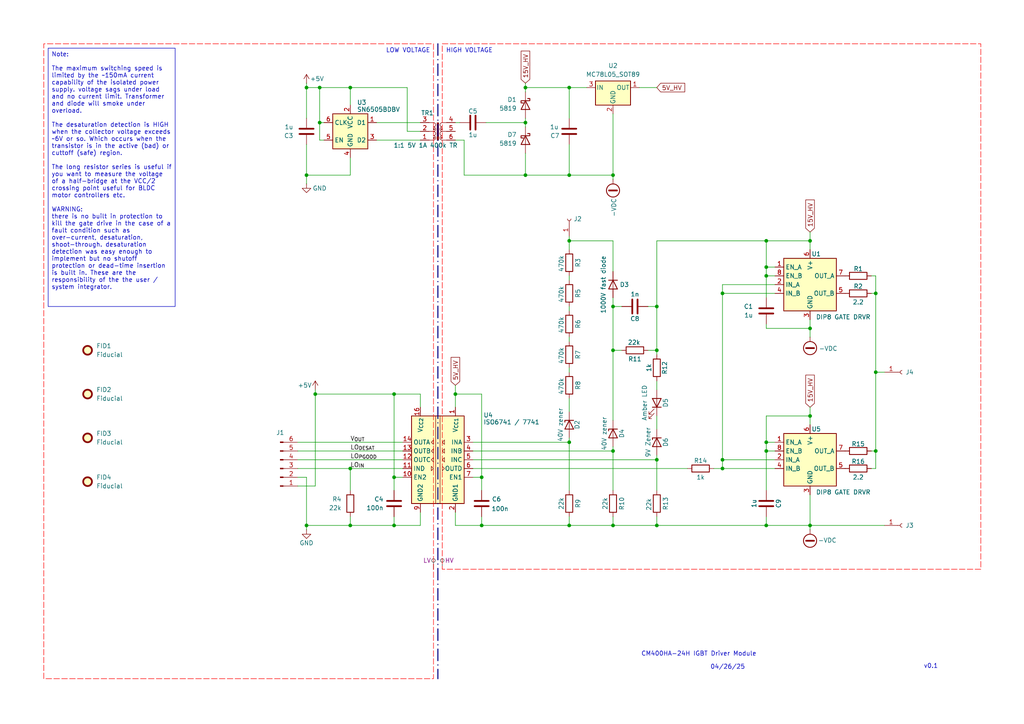
<source format=kicad_sch>
(kicad_sch (version 20250114) (generator "eeschema") (generator_version "9.0")
  (paper "A4")
  (lib_symbols
    (symbol "Connector:Conn_01x01_Socket" (pin_names (offset 1.016) (hide yes))
      (property "Reference" "J" (at 0 2.54 0))
      (property "Value" "Conn_01x01_Socket" (at 0 -2.54 0))
      (symbol "Conn_01x01_Socket_1_1"
        (polyline (pts (xy -1.27 0) (xy -0.508 0)) (stroke (width 0.1524)))
        (arc (start 0 -0.508) (mid -0.5058 0) (end 0 0.508) (stroke (width 0.1524)))
        (pin passive line (at -5.08 0 0) (length 3.81) (name "Pin_1") (number "1"))
      )
    )
    (symbol "Connector:Conn_01x06_Pin" (pin_names (offset 1.016) (hide yes))
      (property "Reference" "J" (at 0 7.62 0))
      (property "Value" "Conn_01x06_Pin" (at 0 -10.16 0))
      (symbol "Conn_01x06_Pin_1_1"
        (rectangle (start 0.8636 5.207) (end 0 4.953) (stroke (width 0.1524)) (fill (type outline)))
        (rectangle (start 0.8636 2.667) (end 0 2.413) (stroke (width 0.1524)) (fill (type outline)))
        (rectangle (start 0.8636 0.127) (end 0 -0.127) (stroke (width 0.1524)) (fill (type outline)))
        (rectangle (start 0.8636 -2.413) (end 0 -2.667) (stroke (width 0.1524)) (fill (type outline)))
        (rectangle (start 0.8636 -4.953) (end 0 -5.207) (stroke (width 0.1524)) (fill (type outline)))
        (rectangle (start 0.8636 -7.493) (end 0 -7.747) (stroke (width 0.1524)) (fill (type outline)))
        (polyline (pts (xy 1.27 5.08) (xy 0.8636 5.08)) (stroke (width 0.1524)))
        (polyline (pts (xy 1.27 2.54) (xy 0.8636 2.54)) (stroke (width 0.1524)))
        (polyline (pts (xy 1.27 0) (xy 0.8636 0)) (stroke (width 0.1524)))
        (polyline (pts (xy 1.27 -2.54) (xy 0.8636 -2.54)) (stroke (width 0.1524)))
        (polyline (pts (xy 1.27 -5.08) (xy 0.8636 -5.08)) (stroke (width 0.1524)))
        (polyline (pts (xy 1.27 -7.62) (xy 0.8636 -7.62)) (stroke (width 0.1524)))
        (pin passive line (at 5.08 5.08 180) (length 3.81) (name "Pin_1") (number "1"))
        (pin passive line (at 5.08 2.54 180) (length 3.81) (name "Pin_2") (number "2"))
        (pin passive line (at 5.08 0 180) (length 3.81) (name "Pin_3") (number "3"))
        (pin passive line (at 5.08 -2.54 180) (length 3.81) (name "Pin_4") (number "4"))
        (pin passive line (at 5.08 -5.08 180) (length 3.81) (name "Pin_5") (number "5"))
        (pin passive line (at 5.08 -7.62 180) (length 3.81) (name "Pin_6") (number "6"))
      )
    )
    (symbol "Device:C" (pin_numbers (hide yes)) (pin_names (offset 0.254))
      (property "Reference" "C" (at 0.635 2.54 0))
      (property "Value" "C" (at 0.635 -2.54 0))
      (symbol "C_0_1"
        (polyline (pts (xy -2.032 0.762) (xy 2.032 0.762)) (stroke (width 0.508)))
        (polyline (pts (xy -2.032 -0.762) (xy 2.032 -0.762)) (stroke (width 0.508)))
      )
      (symbol "C_1_1"
        (pin passive line (at 0 3.81 270) (length 2.794) (name "~") (number "1"))
        (pin passive line (at 0 -3.81 90) (length 2.794) (name "~") (number "2"))
      )
    )
    (symbol "Device:D_Schottky" (pin_numbers (hide yes)) (pin_names (offset 1.016) (hide yes))
      (property "Reference" "D" (at 0 2.54 0))
      (property "Value" "D_Schottky" (at 0 -2.54 0))
      (symbol "D_Schottky_0_1"
        (polyline (pts (xy -1.905 0.635) (xy -1.905 1.27) (xy -1.27 1.27) (xy -1.27 -1.27) (xy -0.635 -1.27) (xy -0.635 -0.635)) (stroke (width 0.254)))
        (polyline (pts (xy 1.27 1.27) (xy 1.27 -1.27) (xy -1.27 0) (xy 1.27 1.27)) (stroke (width 0.254)))
        (polyline (pts (xy 1.27 0) (xy -1.27 0)))
      )
      (symbol "D_Schottky_1_1"
        (pin passive line (at -3.81 0 0) (length 2.54) (name "K") (number "1"))
        (pin passive line (at 3.81 0 180) (length 2.54) (name "A") (number "2"))
      )
    )
    (symbol "Device:D_Zener" (pin_numbers (hide yes)) (pin_names (offset 1.016) (hide yes))
      (property "Reference" "D" (at 0 2.54 0))
      (property "Value" "D_Zener" (at 0 -2.54 0))
      (symbol "D_Zener_0_1"
        (polyline (pts (xy -1.27 -1.27) (xy -1.27 1.27) (xy -0.762 1.27)) (stroke (width 0.254)))
        (polyline (pts (xy 1.27 0) (xy -1.27 0)))
        (polyline (pts (xy 1.27 -1.27) (xy 1.27 1.27) (xy -1.27 0) (xy 1.27 -1.27)) (stroke (width 0.254)))
      )
      (symbol "D_Zener_1_1"
        (pin passive line (at -3.81 0 0) (length 2.54) (name "K") (number "1"))
        (pin passive line (at 3.81 0 180) (length 2.54) (name "A") (number "2"))
      )
    )
    (symbol "Device:LED" (pin_numbers (hide yes)) (pin_names (offset 1.016) (hide yes))
      (property "Reference" "D" (at 0 2.54 0))
      (property "Value" "LED" (at 0 -2.54 0))
      (symbol "LED_0_1"
        (polyline (pts (xy -3.048 -0.762) (xy -4.572 -2.286) (xy -3.81 -2.286) (xy -4.572 -2.286) (xy -4.572 -1.524)))
        (polyline (pts (xy -1.778 -0.762) (xy -3.302 -2.286) (xy -2.54 -2.286) (xy -3.302 -2.286) (xy -3.302 -1.524)))
        (polyline (pts (xy -1.27 0) (xy 1.27 0)))
        (polyline (pts (xy -1.27 -1.27) (xy -1.27 1.27)) (stroke (width 0.254)))
        (polyline (pts (xy 1.27 -1.27) (xy 1.27 1.27) (xy -1.27 0) (xy 1.27 -1.27)) (stroke (width 0.254)))
      )
      (symbol "LED_1_1"
        (pin passive line (at -3.81 0 0) (length 2.54) (name "K") (number "1"))
        (pin passive line (at 3.81 0 180) (length 2.54) (name "A") (number "2"))
      )
    )
    (symbol "Device:R" (pin_numbers (hide yes)) (pin_names (offset 0))
      (property "Reference" "R" (at 2.032 0 90))
      (property "Value" "R" (at 0 0 90))
      (symbol "R_0_1"
        (rectangle (start -1.016 -2.54) (end 1.016 2.54) (stroke (width 0.254)))
      )
      (symbol "R_1_1"
        (pin passive line (at 0 3.81 270) (length 1.27) (name "~") (number "1"))
        (pin passive line (at 0 -3.81 90) (length 1.27) (name "~") (number "2"))
      )
    )
    (symbol "Diode:1N4148WT" (pin_numbers (hide yes)) (pin_names (hide yes))
      (property "Reference" "D" (at 0 2.54 0))
      (property "Value" "1N4148WT" (at 0 -2.54 0))
      (symbol "1N4148WT_0_1"
        (polyline (pts (xy -1.27 1.27) (xy -1.27 -1.27)) (stroke (width 0.254)))
        (polyline (pts (xy 1.27 1.27) (xy 1.27 -1.27) (xy -1.27 0) (xy 1.27 1.27)) (stroke (width 0.254)))
        (polyline (pts (xy 1.27 0) (xy -1.27 0)))
      )
      (symbol "1N4148WT_1_1"
        (pin passive line (at -3.81 0 0) (length 2.54) (name "K") (number "1"))
        (pin passive line (at 3.81 0 180) (length 2.54) (name "A") (number "2"))
      )
    )
    (symbol "EL7202CN_1"
      (property "Reference" "U22" (at 2.1941 12.7 0))
      (property "Value" "EL7202CN" (at 2.1941 10.16 0))
      (symbol "EL7202CN_1_0_1"
        (rectangle (start -7.62 7.62) (end 7.62 -7.62) (stroke (width 0.254)) (fill (type background)))
      )
      (symbol "EL7202CN_1_1_1"
        (pin unspecified line (at -10.16 5.08 0) (length 2.54) (name "EN_A") (number "1"))
        (pin unspecified line (at -10.16 2.54 0) (length 2.54) (name "EN_B") (number "8"))
        (pin input line (at -10.16 0 0) (length 2.54) (name "IN_A") (number "2"))
        (pin input line (at -10.16 -2.54 0) (length 2.54) (name "IN_B") (number "4"))
        (pin power_in line (at 0 10.16 270) (length 2.54) (name "V+") (number "6"))
        (pin power_in line (at 0 -10.16 90) (length 2.54) (name "GND") (number "3"))
        (pin output line (at 10.16 2.54 180) (length 2.54) (name "OUT_A") (number "7"))
        (pin output line (at 10.16 -2.54 180) (length 2.54) (name "OUT_B") (number "5"))
      )
    )
    (symbol "Isolator:ISO6741"
      (property "Reference" "U" (at 8.255 14.605 0))
      (property "Value" "ISO6741" (at 8.255 12.065 0))
      (symbol "ISO6741_0_1"
        (rectangle (start -7.62 12.7) (end 7.62 -12.7) (stroke (width 0.254)) (fill (type background)))
        (polyline (pts (xy -0.635 12.7) (xy -0.635 -12.7)))
        (polyline (pts (xy 0.635 12.7) (xy 0.635 -12.7)))
      )
      (symbol "ISO6741_1_1"
        (polyline (pts (xy -1.905 5.715) (xy -1.27 5.08) (xy -1.905 4.445) (xy -1.905 5.715)))
        (polyline (pts (xy -1.905 3.175) (xy -1.27 2.54) (xy -1.905 1.905) (xy -1.905 3.175)))
        (polyline (pts (xy -1.905 -0.635) (xy -1.27 0) (xy -1.905 0.635) (xy -1.905 -0.635)))
        (polyline (pts (xy -1.27 -3.175) (xy -1.905 -2.54) (xy -1.27 -1.905) (xy -1.27 -3.175)))
        (polyline (pts (xy 1.27 5.715) (xy 1.905 5.08) (xy 1.27 4.445) (xy 1.27 5.715)))
        (polyline (pts (xy 1.27 3.175) (xy 1.905 2.54) (xy 1.27 1.905) (xy 1.27 3.175)))
        (polyline (pts (xy 1.27 -0.635) (xy 1.905 0) (xy 1.27 0.635) (xy 1.27 -0.635)))
        (polyline (pts (xy 1.905 -3.175) (xy 1.27 -2.54) (xy 1.905 -1.905) (xy 1.905 -3.175)))
        (pin input line (at -10.16 5.08 0) (length 2.54) (name "INA") (number "3"))
        (pin input line (at -10.16 2.54 0) (length 2.54) (name "INB") (number "4"))
        (pin input line (at -10.16 0 0) (length 2.54) (name "INC") (number "5"))
        (pin output line (at -10.16 -2.54 0) (length 2.54) (name "OUTD") (number "6"))
        (pin input line (at -10.16 -5.08 0) (length 2.54) (name "EN1") (number "7"))
        (pin power_in line (at -5.08 15.24 270) (length 2.54) (name "V_{CC1}") (number "1"))
        (pin power_in line (at -5.08 -15.24 90) (length 2.54) (name "GND1") (number "2"))
        (pin passive line (at -5.08 -15.24 90) (length 2.54) (hide yes) (name "GND1") (number "8"))
        (pin power_in line (at 5.08 15.24 270) (length 2.54) (name "V_{CC2}") (number "16"))
        (pin passive line (at 5.08 -15.24 90) (length 2.54) (hide yes) (name "GND2") (number "15"))
        (pin power_in line (at 5.08 -15.24 90) (length 2.54) (name "GND2") (number "9"))
        (pin output line (at 10.16 5.08 180) (length 2.54) (name "OUTA") (number "14"))
        (pin output line (at 10.16 2.54 180) (length 2.54) (name "OUTB") (number "13"))
        (pin output line (at 10.16 0 180) (length 2.54) (name "OUTC") (number "12"))
        (pin input line (at 10.16 -2.54 180) (length 2.54) (name "IND") (number "11"))
        (pin input line (at 10.16 -5.08 180) (length 2.54) (name "EN2") (number "10"))
      )
    )
    (symbol "Mechanical:Fiducial" (in_bom no)
      (property "Reference" "FID" (at 0 5.08 0))
      (property "Value" "Fiducial" (at 0 3.175 0))
      (symbol "Fiducial_0_1"
        (circle (center 0 0) (radius 1.27) (stroke (width 0.508)) (fill (type background)))
      )
    )
    (symbol "Power_Management:SN6505BDBV"
      (property "Reference" "U" (at -5.08 6.35 0))
      (property "Value" "SN6505BDBV" (at 7.62 6.35 0))
      (symbol "SN6505BDBV_0_1"
        (rectangle (start -5.08 5.08) (end 5.08 -5.08) (stroke (width 0.254)) (fill (type background)))
      )
      (symbol "SN6505BDBV_1_1"
        (pin input line (at -7.62 2.54 0) (length 2.54) (name "CLK") (number "6"))
        (pin input line (at -7.62 -2.54 0) (length 2.54) (name "EN") (number "5"))
        (pin power_in line (at 0 7.62 270) (length 2.54) (name "VCC") (number "2"))
        (pin power_in line (at 0 -7.62 90) (length 2.54) (name "GND") (number "4"))
        (pin open_collector line (at 7.62 2.54 180) (length 2.54) (name "D1") (number "1"))
        (pin open_collector line (at 7.62 -2.54 180) (length 2.54) (name "D2") (number "3"))
      )
    )
    (symbol "Regulator_Linear:MC78L05_SOT89" (pin_names (offset 0.254))
      (property "Reference" "U" (at -3.81 3.175 0))
      (property "Value" "MC78L05_SOT89" (at -0.635 3.175 0))
      (symbol "MC78L05_SOT89_0_1"
        (rectangle (start -5.08 1.905) (end 5.08 -5.08) (stroke (width 0.254)) (fill (type background)))
      )
      (symbol "MC78L05_SOT89_1_1"
        (pin power_in line (at -7.62 0 0) (length 2.54) (name "IN") (number "3"))
        (pin power_in line (at 0 -7.62 90) (length 2.54) (name "GND") (number "2"))
        (pin power_out line (at 7.62 0 180) (length 2.54) (name "OUT") (number "1"))
      )
    )
    (symbol "Transformer:Wuerth_750315371"
      (property "Reference" "TR" (at 0 5.08 0))
      (property "Value" "Wuerth_750315371" (at 0 -5.08 0))
      (symbol "Wuerth_750315371_0_1"
        (polyline (pts (xy -2.54 2.54) (xy -1.27 2.54)))
        (polyline (pts (xy -2.54 0) (xy -1.27 0)))
        (polyline (pts (xy -2.54 -2.54) (xy -1.27 -2.54)))
        (arc (start -1.27 0) (mid -0.6377 -0.635) (end -1.27 -1.27))
        (arc (start -1.27 -1.27) (mid -0.6377 -1.905) (end -1.27 -2.54))
        (rectangle (start -0.254 2.54) (end 0.254 -2.54) (stroke (width 0.0254)) (fill (type outline)))
        (polyline (pts (xy 1.27 2.54) (xy 2.54 2.54)))
        (polyline (pts (xy 1.27 0) (xy 2.54 0)))
        (polyline (pts (xy 1.27 -2.54) (xy 2.54 -2.54)))
      )
      (symbol "Wuerth_750315371_1_1"
        (arc (start -1.27 2.54) (mid -0.6377 1.905) (end -1.27 1.27))
        (arc (start -1.27 1.27) (mid -0.6377 0.635) (end -1.27 0))
        (circle (center -1.143 1.905) (radius 0.127) (stroke (width 0.254)))
        (circle (center -1.143 -0.635) (radius 0.127) (stroke (width 0.254)))
        (circle (center 1.143 1.905) (radius 0.127) (stroke (width 0.254)))
        (circle (center 1.143 -0.635) (radius 0.127) (stroke (width 0.254)))
        (arc (start 1.27 1.27) (mid 0.6377 1.905) (end 1.27 2.54))
        (arc (start 1.27 0) (mid 0.6377 0.635) (end 1.27 1.27))
        (arc (start 1.27 -1.27) (mid 0.6377 -0.635) (end 1.27 0))
        (arc (start 1.27 -2.54) (mid 0.6377 -1.905) (end 1.27 -1.27))
        (pin passive line (at -5.08 2.54 0) (length 2.54) (name "~") (number "1"))
        (pin passive line (at -5.08 0 0) (length 2.54) (name "~") (number "2"))
        (pin passive line (at -5.08 -2.54 0) (length 2.54) (name "~") (number "3"))
        (pin passive line (at 5.08 2.54 180) (length 2.54) (name "~") (number "6"))
        (pin passive line (at 5.08 0 180) (length 2.54) (name "~") (number "5"))
        (pin passive line (at 5.08 -2.54 180) (length 2.54) (name "~") (number "4"))
      )
    )
    (symbol "power:+5V" (power) (pin_numbers (hide yes)) (pin_names (offset 0) (hide yes))
      (property "Value" "+5V" (at 0 3.556 0))
      (symbol "+5V_0_1"
        (polyline (pts (xy -0.762 1.27) (xy 0 2.54)))
        (polyline (pts (xy 0 2.54) (xy 0.762 1.27)))
        (polyline (pts (xy 0 0) (xy 0 2.54)))
      )
      (symbol "+5V_1_1"
        (pin power_in line (at 0 0 90) (length 0) (name "~") (number "1"))
      )
    )
    (symbol "power:-VDC" (power) (pin_numbers (hide yes)) (pin_names (offset 0) (hide yes))
      (property "Value" "-VDC" (at 0 6.35 0))
      (symbol "-VDC_0_1"
        (polyline (pts (xy -1.143 3.175) (xy 1.143 3.175)) (stroke (width 0.508)))
        (circle (center 0 3.175) (radius 1.905) (stroke (width 0.254)))
        (polyline (pts (xy 0 0) (xy 0 1.27)))
      )
      (symbol "-VDC_1_1"
        (pin power_in line (at 0 0 90) (length 0) (name "~") (number "1"))
      )
    )
    (symbol "power:GND" (power) (pin_numbers (hide yes)) (pin_names (offset 0) (hide yes))
      (property "Value" "GND" (at 0 -3.81 0))
      (symbol "GND_0_1"
        (polyline (pts (xy 0 0) (xy 0 -1.27) (xy 1.27 -1.27) (xy 0 -2.54) (xy -1.27 -1.27) (xy 0 -1.27)))
      )
      (symbol "GND_1_1"
        (pin power_in line (at 0 0 270) (length 0) (name "~") (number "1"))
      )
    )
  )
  (text "HIGH VOLTAGE\n" (at 136.144 14.732 0) (effects (font (size 1.27 1.27))))
  (text "LOW VOLTAGE" (at 118.364 14.732 0) (effects (font (size 1.27 1.27))))
  (text "CM400HA-24H IGBT Driver Module" (at 202.692 189.738 0) (effects (font (size 1.27 1.27))))
  (text "04/26/25" (at 211.074 193.548 0) (effects (font (size 1.27 1.27))))
  (text "v0.1" (at 270.002 193.294 0) (effects (font (size 1.27 1.27))))
  (text_box "Note:\n\nThe maximum switching speed is limited by the ~150mA current capability of the isolated power supply. voltage sags under load and no current limit. Transformer and diode will smoke under overload.\n\nThe desaturation detection is HIGH when the collector voltage exceeds ~6V or so. Which occurs when the transistor is in the active (bad) or cuttoff (safe) region.\n\nThe long resistor series is useful if you want to measure the voltage of a half-bridge at the VCC/2 crossing point useful for BLDC motor controllers etc.\n\nWARNING:\nthere is no built in protection to kill the gate drive in the case of a fault condition such as over-current, desaturation, shoot-through. desaturation detection was easy enough to implement but no shutoff protection or dead-time insertion is built in. These are the responsibility of the the user / system integrator." (at 13.97 13.97 0) (size 36.83 74.93) (margins 0.9525 0.9525 0.9525 0.9525) (effects (font (size 1.27 1.27)) (justify left top)))
  (junction (at 132.08 114.3))
  (junction (at 254 85.09))
  (junction (at 234.95 120.65))
  (junction (at 209.55 133.35))
  (junction (at 152.4 35.56))
  (junction (at 101.6 135.89))
  (junction (at 254 130.81))
  (junction (at 190.5 133.35))
  (junction (at 177.8 101.6))
  (junction (at 88.9 25.4))
  (junction (at 88.9 152.4))
  (junction (at 190.5 88.9))
  (junction (at 139.7 138.43))
  (junction (at 92.71 35.56))
  (junction (at 234.95 69.85))
  (junction (at 234.95 95.25))
  (junction (at 177.8 152.4))
  (junction (at 165.1 50.8))
  (junction (at 114.3 114.3))
  (junction (at 165.1 128.27))
  (junction (at 101.6 25.4))
  (junction (at 152.4 25.4))
  (junction (at 190.5 152.4))
  (junction (at 177.8 130.81))
  (junction (at 222.25 128.27))
  (junction (at 234.95 152.4))
  (junction (at 222.25 130.81))
  (junction (at 91.44 114.3))
  (junction (at 209.55 85.09))
  (junction (at 152.4 50.8))
  (junction (at 165.1 152.4))
  (junction (at 222.25 77.47))
  (junction (at 92.71 25.4))
  (junction (at 254 107.95))
  (junction (at 139.7 152.4))
  (junction (at 165.1 69.85))
  (junction (at 190.5 101.6))
  (junction (at 114.3 138.43))
  (junction (at 222.25 152.4))
  (junction (at 88.9 50.8))
  (junction (at 222.25 69.85))
  (junction (at 177.8 88.9))
  (junction (at 114.3 152.4))
  (junction (at 177.8 50.8))
  (junction (at 165.1 25.4))
  (junction (at 209.55 135.89))
  (junction (at 101.6 152.4))
  (junction (at 222.25 80.01))
  (wire (pts (xy 101.6 135.89) (xy 116.84 135.89)))
  (wire (pts (xy 234.95 69.85) (xy 222.25 69.85)))
  (wire (pts (xy 88.9 53.34) (xy 88.9 50.8)))
  (wire (pts (xy 92.71 25.4) (xy 92.71 35.56)))
  (wire (pts (xy 177.8 33.02) (xy 177.8 50.8)))
  (wire (pts (xy 139.7 114.3) (xy 139.7 138.43)))
  (wire (pts (xy 140.97 35.56) (xy 152.4 35.56)))
  (wire (pts (xy 190.5 149.86) (xy 190.5 152.4)))
  (wire (pts (xy 234.95 95.25) (xy 222.25 95.25)))
  (wire (pts (xy 137.16 138.43) (xy 139.7 138.43)))
  (wire (pts (xy 190.5 110.49) (xy 190.5 113.03)))
  (wire (pts (xy 137.16 135.89) (xy 199.39 135.89)))
  (wire (pts (xy 254 130.81) (xy 252.73 130.81)))
  (wire (pts (xy 177.8 149.86) (xy 177.8 152.4)))
  (wire (pts (xy 86.36 133.35) (xy 116.84 133.35)))
  (wire (pts (xy 177.8 52.07) (xy 177.8 50.8)))
  (wire (pts (xy 114.3 114.3) (xy 114.3 138.43)))
  (wire (pts (xy 254 85.09) (xy 252.73 85.09)))
  (wire (pts (xy 234.95 120.65) (xy 234.95 123.19)))
  (wire (pts (xy 190.5 69.85) (xy 190.5 88.9)))
  (wire (pts (xy 132.08 148.59) (xy 132.08 152.4)))
  (wire (pts (xy 234.95 153.67) (xy 234.95 152.4)))
  (wire (pts (xy 132.08 152.4) (xy 139.7 152.4)))
  (wire (pts (xy 177.8 101.6) (xy 177.8 121.92)))
  (wire (pts (xy 134.62 50.8) (xy 152.4 50.8)))
  (wire (pts (xy 91.44 113.03) (xy 91.44 114.3)))
  (wire (pts (xy 139.7 149.86) (xy 139.7 152.4)))
  (wire (pts (xy 209.55 133.35) (xy 209.55 135.89)))
  (wire (pts (xy 121.92 114.3) (xy 121.92 118.11)))
  (wire (pts (xy 114.3 149.86) (xy 114.3 152.4)))
  (wire (pts (xy 88.9 50.8) (xy 101.6 50.8)))
  (wire (pts (xy 165.1 88.9) (xy 165.1 90.17)))
  (wire (pts (xy 207.01 135.89) (xy 209.55 135.89)))
  (wire (pts (xy 152.4 50.8) (xy 165.1 50.8)))
  (wire (pts (xy 114.3 114.3) (xy 121.92 114.3)))
  (wire (pts (xy 165.1 69.85) (xy 165.1 72.39)))
  (wire (pts (xy 91.44 114.3) (xy 114.3 114.3)))
  (wire (pts (xy 222.25 130.81) (xy 222.25 128.27)))
  (wire (pts (xy 209.55 85.09) (xy 224.79 85.09)))
  (wire (pts (xy 118.11 25.4) (xy 101.6 25.4)))
  (wire (pts (xy 152.4 24.13) (xy 152.4 25.4)))
  (wire (pts (xy 222.25 77.47) (xy 224.79 77.47)))
  (wire (pts (xy 234.95 95.25) (xy 234.95 97.79)))
  (wire (pts (xy 190.5 152.4) (xy 222.25 152.4)))
  (wire (pts (xy 134.62 40.64) (xy 134.62 50.8)))
  (wire (pts (xy 254 130.81) (xy 254 135.89)))
  (wire (pts (xy 177.8 129.54) (xy 177.8 130.81)))
  (wire (pts (xy 134.62 40.64) (xy 132.08 40.64)))
  (wire (pts (xy 88.9 24.13) (xy 88.9 25.4)))
  (wire (pts (xy 101.6 45.72) (xy 101.6 50.8)))
  (wire (pts (xy 187.96 88.9) (xy 190.5 88.9)))
  (wire (pts (xy 132.08 111.76) (xy 132.08 114.3)))
  (wire (pts (xy 101.6 25.4) (xy 101.6 30.48)))
  (wire (pts (xy 177.8 50.8) (xy 165.1 50.8)))
  (wire (pts (xy 222.25 80.01) (xy 224.79 80.01)))
  (wire (pts (xy 92.71 40.64) (xy 93.98 40.64)))
  (wire (pts (xy 177.8 86.36) (xy 177.8 88.9)))
  (wire (pts (xy 165.1 69.85) (xy 177.8 69.85)))
  (wire (pts (xy 180.34 88.9) (xy 177.8 88.9)))
  (wire (pts (xy 114.3 138.43) (xy 114.3 142.24)))
  (wire (pts (xy 139.7 138.43) (xy 139.7 142.24)))
  (wire (pts (xy 152.4 35.56) (xy 152.4 34.29)))
  (wire (pts (xy 88.9 25.4) (xy 92.71 25.4)))
  (wire (pts (xy 165.1 80.01) (xy 165.1 81.28)))
  (wire (pts (xy 222.25 95.25) (xy 222.25 93.98)))
  (wire (pts (xy 165.1 149.86) (xy 165.1 152.4)))
  (wire (pts (xy 256.54 107.95) (xy 254 107.95)))
  (wire (pts (xy 165.1 68.58) (xy 165.1 69.85)))
  (wire (pts (xy 86.36 130.81) (xy 116.84 130.81)))
  (wire (pts (xy 109.22 35.56) (xy 121.92 35.56)))
  (wire (pts (xy 165.1 107.95) (xy 165.1 106.68)))
  (wire (pts (xy 209.55 85.09) (xy 209.55 82.55)))
  (wire (pts (xy 234.95 67.31) (xy 234.95 69.85)))
  (wire (pts (xy 88.9 152.4) (xy 88.9 153.67)))
  (wire (pts (xy 190.5 101.6) (xy 190.5 102.87)))
  (wire (pts (xy 133.35 35.56) (xy 132.08 35.56)))
  (wire (pts (xy 152.4 44.45) (xy 152.4 50.8)))
  (wire (pts (xy 222.25 149.86) (xy 222.25 152.4)))
  (wire (pts (xy 152.4 25.4) (xy 152.4 26.67)))
  (wire (pts (xy 152.4 36.83) (xy 152.4 35.56)))
  (wire (pts (xy 118.11 38.1) (xy 121.92 38.1)))
  (wire (pts (xy 165.1 25.4) (xy 165.1 34.29)))
  (wire (pts (xy 222.25 152.4) (xy 234.95 152.4)))
  (wire (pts (xy 234.95 143.51) (xy 234.95 152.4)))
  (wire (pts (xy 91.44 140.97) (xy 91.44 114.3)))
  (wire (pts (xy 190.5 132.08) (xy 190.5 133.35)))
  (wire (pts (xy 234.95 118.11) (xy 234.95 120.65)))
  (wire (pts (xy 209.55 135.89) (xy 224.79 135.89)))
  (wire (pts (xy 254 80.01) (xy 254 85.09)))
  (wire (pts (xy 132.08 114.3) (xy 132.08 118.11)))
  (wire (pts (xy 234.95 92.71) (xy 234.95 95.25)))
  (wire (pts (xy 222.25 128.27) (xy 224.79 128.27)))
  (wire (pts (xy 254 107.95) (xy 254 130.81)))
  (wire (pts (xy 209.55 133.35) (xy 209.55 85.09)))
  (wire (pts (xy 254 135.89) (xy 252.73 135.89)))
  (wire (pts (xy 180.34 101.6) (xy 177.8 101.6)))
  (wire (pts (xy 177.8 69.85) (xy 177.8 78.74)))
  (wire (pts (xy 222.25 142.24) (xy 222.25 130.81)))
  (bus (pts (xy 127 12.7) (xy 127 196.85)) (stroke (width 0) (type dash_dot)))
  (wire (pts (xy 101.6 152.4) (xy 114.3 152.4)))
  (wire (pts (xy 137.16 130.81) (xy 177.8 130.81)))
  (wire (pts (xy 88.9 138.43) (xy 88.9 152.4)))
  (wire (pts (xy 86.36 138.43) (xy 88.9 138.43)))
  (wire (pts (xy 190.5 88.9) (xy 190.5 101.6)))
  (wire (pts (xy 177.8 152.4) (xy 190.5 152.4)))
  (wire (pts (xy 132.08 114.3) (xy 139.7 114.3)))
  (wire (pts (xy 209.55 82.55) (xy 224.79 82.55)))
  (wire (pts (xy 165.1 97.79) (xy 165.1 99.06)))
  (wire (pts (xy 92.71 35.56) (xy 93.98 35.56)))
  (wire (pts (xy 190.5 69.85) (xy 222.25 69.85)))
  (wire (pts (xy 86.36 140.97) (xy 91.44 140.97)))
  (wire (pts (xy 222.25 69.85) (xy 222.25 77.47)))
  (wire (pts (xy 152.4 25.4) (xy 165.1 25.4)))
  (wire (pts (xy 187.96 101.6) (xy 190.5 101.6)))
  (wire (pts (xy 224.79 130.81) (xy 222.25 130.81)))
  (wire (pts (xy 222.25 120.65) (xy 222.25 128.27)))
  (wire (pts (xy 165.1 41.91) (xy 165.1 50.8)))
  (wire (pts (xy 86.36 135.89) (xy 101.6 135.89)))
  (wire (pts (xy 86.36 128.27) (xy 116.84 128.27)))
  (wire (pts (xy 222.25 120.65) (xy 234.95 120.65)))
  (wire (pts (xy 165.1 152.4) (xy 177.8 152.4)))
  (wire (pts (xy 114.3 152.4) (xy 121.92 152.4)))
  (wire (pts (xy 92.71 35.56) (xy 92.71 40.64)))
  (wire (pts (xy 101.6 135.89) (xy 101.6 142.24)))
  (wire (pts (xy 165.1 25.4) (xy 170.18 25.4)))
  (wire (pts (xy 88.9 152.4) (xy 101.6 152.4)))
  (wire (pts (xy 165.1 115.57) (xy 165.1 119.38)))
  (wire (pts (xy 88.9 41.91) (xy 88.9 50.8)))
  (wire (pts (xy 177.8 130.81) (xy 177.8 142.24)))
  (wire (pts (xy 254 80.01) (xy 252.73 80.01)))
  (wire (pts (xy 222.25 80.01) (xy 222.25 86.36)))
  (wire (pts (xy 137.16 128.27) (xy 165.1 128.27)))
  (wire (pts (xy 209.55 133.35) (xy 224.79 133.35)))
  (wire (pts (xy 234.95 72.39) (xy 234.95 69.85)))
  (wire (pts (xy 234.95 152.4) (xy 256.54 152.4)))
  (wire (pts (xy 139.7 152.4) (xy 165.1 152.4)))
  (wire (pts (xy 177.8 88.9) (xy 177.8 101.6)))
  (wire (pts (xy 118.11 38.1) (xy 118.11 25.4)))
  (wire (pts (xy 190.5 120.65) (xy 190.5 124.46)))
  (wire (pts (xy 101.6 149.86) (xy 101.6 152.4)))
  (wire (pts (xy 114.3 138.43) (xy 116.84 138.43)))
  (wire (pts (xy 101.6 25.4) (xy 92.71 25.4)))
  (wire (pts (xy 88.9 25.4) (xy 88.9 34.29)))
  (wire (pts (xy 222.25 77.47) (xy 222.25 80.01)))
  (wire (pts (xy 165.1 127) (xy 165.1 128.27)))
  (wire (pts (xy 190.5 133.35) (xy 190.5 142.24)))
  (wire (pts (xy 137.16 133.35) (xy 190.5 133.35)))
  (wire (pts (xy 121.92 152.4) (xy 121.92 148.59)))
  (wire (pts (xy 109.22 40.64) (xy 121.92 40.64)))
  (wire (pts (xy 254 85.09) (xy 254 107.95)))
  (wire (pts (xy 165.1 128.27) (xy 165.1 142.24)))
  (wire (pts (xy 190.5 25.4) (xy 185.42 25.4)))
  (label "LO_{DESAT}" (at 101.6 130.81 0))
  (label "V_{OUT}" (at 101.6 128.27 0))
  (label "LO_{PGOOD}" (at 101.6 133.35 0))
  (label "LO_{IN}" (at 101.6 135.89 0))
  (global_label "15V_HV" (shape input) (at 234.95 118.11 90) (property "Intersheetrefs" "${INTERSHEET_REFS}" (effects (hide yes))))
  (global_label "15V_HV" (shape input) (at 234.95 67.31 90) (property "Intersheetrefs" "${INTERSHEET_REFS}" (effects (hide yes))))
  (global_label "5V_HV" (shape input) (at 190.5 25.4 0) (property "Intersheetrefs" "${INTERSHEET_REFS}" (effects (hide yes))))
  (global_label "5V_HV" (shape input) (at 132.08 111.76 90) (property "Intersheetrefs" "${INTERSHEET_REFS}" (effects (hide yes))))
  (global_label "15V_HV" (shape input) (at 152.4 24.13 90) (property "Intersheetrefs" "${INTERSHEET_REFS}" (effects (hide yes))))
  (rule_area (polyline (pts (xy 128.27 12.7) (xy 284.48 12.7) (xy 284.48 165.1) (xy 128.27 165.1)) (stroke (width 0) (type dash))))
  (rule_area (polyline (pts (xy 125.73 12.7) (xy 125.73 196.85) (xy 12.7 196.85) (xy 12.7 67.31) (xy 12.7 12.7)) (stroke (width 0) (type dash))))
  (netclass_flag "" (length 2.54) (shape round) (at 128.27 165.1 0) (property "Netclass" "HV" (at 129.032 162.56 0) (effects (justify left))))
  (netclass_flag "" (length 2.54) (shape round) (at 125.73 165.1 0) (property "Netclass" "LV" (at 125.0315 162.56 0) (effects (justify right))))
  (symbol (lib_id "Device:R") (at 248.92 85.09 270) (unit 1)
    (property "Reference" "R2" (at 248.92 83.058 90))
    (property "Value" "2.2" (at 248.92 87.63 90))
    (property "Footprint" "Resistor_SMD:R_2512_6332Metric" (effects (hide yes)))
  )
  (symbol (lib_id "Device:R") (at 165.1 146.05 0) (mirror y) (unit 1)
    (property "Reference" "R9" (at 167.64 146.05 90))
    (property "Value" "22k" (at 162.814 146.05 90))
    (property "Footprint" "Resistor_SMD:R_1206_3216Metric" (effects (hide yes)))
  )
  (symbol (lib_id "Regulator_Linear:MC78L05_SOT89") (at 177.8 25.4 0) (unit 1)
    (property "Reference" "U2" (at 177.8 19.05 0))
    (property "Value" "MC78L05_SOT89" (at 177.8 21.59 0))
    (property "Footprint" "Package_TO_SOT_SMD:SOT-89-3" (effects (hide yes)))
    (property "Datasheet" "https://www.onsemi.com/pub/Collateral/MC78L00A-D.PDF" (effects (hide yes)))
    (property "Description" "Positive 100mA 30V Linear Regulator, Fixed Output 5V, SOT-89" (effects (hide yes)))
    (property "LCSC" "C42738" (effects (hide yes)))
  )
  (symbol (lib_id "Device:R") (at 184.15 101.6 270) (mirror x) (unit 1)
    (property "Reference" "R11" (at 184.15 104.14 90))
    (property "Value" "22k" (at 183.896 99.314 90))
    (property "Footprint" "Resistor_SMD:R_1206_3216Metric" (effects (hide yes)))
  )
  (symbol (lib_id "power:GND") (at 88.9 53.34 0) (unit 1)
    (property "Reference" "#PWR0103" (effects (hide yes)))
    (property "Value" "GND" (at 92.71 54.61 0))
    (property "Description" "Power symbol creates a global label with name \"GND\" , ground" (effects (hide yes)))
  )
  (symbol (lib_id "Device:R") (at 203.2 135.89 270) (unit 1)
    (property "Reference" "R14" (at 203.2 133.604 90))
    (property "Value" "1k" (at 203.2 138.43 90))
    (property "Footprint" "Resistor_SMD:R_1206_3216Metric" (effects (hide yes)))
  )
  (symbol (lib_id "Power_Management:SN6505BDBV") (at 101.6 38.1 0) (unit 1)
    (property "Reference" "U3" (at 103.5401 29.718 0) (effects (justify left)))
    (property "Value" "SN6505BDBV" (at 103.5401 31.75 0) (effects (justify left)))
    (property "Footprint" "Package_TO_SOT_SMD:SOT-23-6" (effects (hide yes)))
    (property "Datasheet" "http://www.ti.com/lit/ds/symlink/sn6505b.pdf" (effects (hide yes)))
    (property "Description" "Low Noise, 1A, Transformer Drivers for Isolated Power Supplies, 420 kHz, SOT-23-6" (effects (hide yes)))
    (property "LCSC" "C2156022" (effects (hide yes)))
  )
  (symbol (lib_id "Device:R") (at 165.1 102.87 0) (mirror y) (unit 1)
    (property "Reference" "R7" (at 167.64 102.87 90))
    (property "Value" "470k" (at 162.814 103.124 90))
    (property "Footprint" "Resistor_SMD:R_1206_3216Metric" (effects (hide yes)))
  )
  (symbol (lib_id "Device:C") (at 165.1 38.1 180) (unit 1)
    (property "Reference" "C7" (at 162.306 39.3701 0) (effects (justify left)))
    (property "Value" "1u" (at 162.052 36.8301 0) (effects (justify left)))
    (property "Footprint" "Capacitor_SMD:C_0603_1608Metric" (effects (hide yes)))
    (property "Description" "50V X7R or better" (effects (hide yes)))
  )
  (symbol (lib_id "power:+5V") (at 91.44 113.03 0) (mirror y) (unit 1)
    (property "Reference" "#PWR0105" (effects (hide yes)))
    (property "Value" "+5V" (at 88.392 111.76 0))
    (property "Description" "Power symbol creates a global label with name \"+5V\"" (effects (hide yes)))
  )
  (symbol (lib_id "Device:C") (at 114.3 146.05 0) (mirror y) (unit 1)
    (property "Reference" "C4" (at 111.252 144.78 0) (effects (justify left)))
    (property "Value" "100n" (at 111.252 147.32 0) (effects (justify left)))
    (property "Footprint" "Capacitor_SMD:C_0603_1608Metric" (effects (hide yes)))
    (property "Description" "50V X7R or better" (effects (hide yes)))
  )
  (symbol (lib_id "Device:C") (at 184.15 88.9 270) (mirror x) (unit 1)
    (property "Reference" "C8" (at 184.15 92.456 90))
    (property "Value" "1n" (at 184.15 85.344 90))
    (property "Footprint" "Capacitor_SMD:C_0603_1608Metric" (effects (hide yes)))
    (property "Description" "50V X7R or better" (effects (hide yes)))
  )
  (symbol (lib_id "power:GND") (at 88.9 153.67 0) (unit 1)
    (property "Reference" "#PWR0102" (effects (hide yes)))
    (property "Value" "GND" (at 88.9 157.48 0))
    (property "Description" "Power symbol creates a global label with name \"GND\" , ground" (effects (hide yes)))
  )
  (symbol (lib_id "Device:C") (at 88.9 38.1 180) (unit 1)
    (property "Reference" "C3" (at 85.09 39.3701 0) (effects (justify left)))
    (property "Value" "1u" (at 85.09 36.8301 0) (effects (justify left)))
    (property "Footprint" "Capacitor_SMD:C_0603_1608Metric" (effects (hide yes)))
    (property "Description" "50V X7R or better" (effects (hide yes)))
  )
  (symbol (lib_id "Device:R") (at 101.6 146.05 0) (mirror y) (unit 1)
    (property "Reference" "R4" (at 99.06 144.7799 0) (effects (justify left)))
    (property "Value" "22k" (at 99.06 147.3199 0) (effects (justify left)))
    (property "Footprint" "Resistor_SMD:R_1206_3216Metric" (effects (hide yes)))
  )
  (symbol (lib_id "Connector:Conn_01x01_Socket") (at 261.62 152.4 0) (unit 1) (in_bom no)
    (property "Reference" "J3" (at 262.636 152.4 0) (effects (justify left)))
    (property "Value" "hole" (effects (hide yes)))
    (property "Footprint" "MountingHole:MountingHole_4.3mm_M4_Pad_Via" (effects (hide yes)))
    (property "Description" "Generic connector, single row, 01x01, script generated" (effects (hide yes)))
  )
  (symbol (lib_id "Diode:1N4148WT") (at 177.8 82.55 270) (unit 1)
    (property "Reference" "D3" (at 181.102 82.55 90))
    (property "Value" "1000V fast diode" (at 175.006 82.55 0))
    (property "Footprint" "Diode_SMD:D_SMA" (effects (hide yes)))
    (property "Description" "≥1KV ≥1A ≤75ns RRT" (effects (hide yes)))
    (property "Sim.Device" "D" (effects (hide yes)))
    (property "LCSC" "C18199160" (effects (hide yes)))
  )
  (symbol (lib_name "EL7202CN_1") (lib_id "Driver_FET:EL7202CN") (at 234.95 82.55 0) (unit 1)
    (property "Reference" "U1" (at 235.3661 73.66 0) (effects (justify left)))
    (property "Value" "DIP8 GATE DRVR" (at 236.6361 91.948 0) (effects (justify left)))
    (property "Footprint" "Package_DIP:DIP-8_W7.62mm" (effects (hide yes)))
    (property "Description" "Generic symbol for a high speed high current DIP/SO8 gate driver" (effects (hide yes)))
    (property "LCSC" "C2874007" (effects (hide yes)))
  )
  (symbol (lib_id "Device:D_Zener") (at 190.5 128.27 90) (mirror x) (unit 1)
    (property "Reference" "D6" (at 193.04 128.27 0))
    (property "Value" "9V Zener" (at 187.96 128.27 0))
    (property "Footprint" "Diode_SMD:D_SOD-123" (effects (hide yes)))
    (property "Description" "Zener diode" (effects (hide yes)))
    (property "LCSC" "C19077407" (effects (hide yes)))
  )
  (symbol (lib_id "Device:R") (at 177.8 146.05 0) (mirror y) (unit 1)
    (property "Reference" "R10" (at 180.34 146.05 90))
    (property "Value" "22k" (at 175.514 146.05 90))
    (property "Footprint" "Resistor_SMD:R_1206_3216Metric" (effects (hide yes)))
  )
  (symbol (lib_id "Device:C") (at 139.7 146.05 0) (mirror y) (unit 1)
    (property "Reference" "C6" (at 144.018 144.78 0))
    (property "Value" "100n" (at 145.034 147.574 0))
    (property "Footprint" "Capacitor_SMD:C_0603_1608Metric" (effects (hide yes)))
    (property "Description" "50V X7R or better" (effects (hide yes)))
  )
  (symbol (lib_id "Device:R") (at 165.1 111.76 0) (mirror y) (unit 1)
    (property "Reference" "R8" (at 167.64 111.76 90))
    (property "Value" "470k" (at 162.814 112.014 90))
    (property "Footprint" "Resistor_SMD:R_1206_3216Metric" (effects (hide yes)))
  )
  (symbol (lib_id "Connector:Conn_01x01_Socket") (at 261.62 107.95 0) (unit 1) (in_bom no)
    (property "Reference" "J4" (at 262.636 107.95 0) (effects (justify left)))
    (property "Value" "hole" (effects (hide yes)))
    (property "Footprint" "MountingHole:MountingHole_4.3mm_M4_Pad_Via" (effects (hide yes)))
    (property "Description" "Generic connector, single row, 01x01, script generated" (effects (hide yes)))
  )
  (symbol (lib_id "power:+5V") (at 88.9 24.13 0) (unit 1)
    (property "Reference" "#PWR0104" (effects (hide yes)))
    (property "Value" "+5V" (at 91.948 22.86 0))
    (property "Description" "Power symbol creates a global label with name \"+5V\"" (effects (hide yes)))
  )
  (symbol (lib_id "Connector:Conn_01x01_Socket") (at 165.1 63.5 90) (unit 1) (in_bom no)
    (property "Reference" "J2" (at 166.37 63.5 90) (effects (justify right)))
    (property "Value" "direct wire with lug" (effects (hide yes)))
    (property "Footprint" "Connector_Pin:Pin_D0.7mm_L6.5mm_W1.8mm_FlatFork" (effects (hide yes)))
    (property "Description" "Generic connector, single row, 01x01, script generated" (effects (hide yes)))
  )
  (symbol (lib_id "Device:D_Schottky") (at 152.4 40.64 270) (unit 1)
    (property "Reference" "D7" (at 149.86 39.0524 90) (effects (justify right)))
    (property "Value" "5819" (at 149.86 41.5924 90) (effects (justify right)))
    (property "Footprint" "Diode_SMD:D_SOD-123" (effects (hide yes)))
    (property "Description" "Schottky diode" (effects (hide yes)))
    (property "LCSC" "C8598" (effects (hide yes)))
  )
  (symbol (lib_id "Device:R") (at 248.92 135.89 270) (unit 1)
    (property "Reference" "R16" (at 248.92 133.858 90))
    (property "Value" "2.2" (at 248.92 138.43 90))
    (property "Footprint" "Resistor_SMD:R_2512_6332Metric" (effects (hide yes)))
  )
  (symbol (lib_id "Transformer:Wuerth_750315371") (at 127 38.1 0) (mirror x) (unit 1)
    (property "Reference" "TR1" (at 123.952 32.766 0))
    (property "Value" "1:1 5V 1A 400k TR" (at 123.444 42.164 0))
    (property "Footprint" "Transformer_SMD:Pulse_PA2004NL" (effects (hide yes)))
    (property "Description" "5V, 1A , 320 - 480kHz, 1:1.1, Center Tapped, SMD" (effects (hide yes)))
    (property "LCSC" "C42422416" (effects (hide yes)))
  )
  (symbol (lib_id "Device:C") (at 137.16 35.56 90) (unit 1)
    (property "Reference" "C5" (at 137.1599 32.258 90))
    (property "Value" "1u" (at 137.1599 39.116 90))
    (property "Footprint" "Capacitor_SMD:C_0603_1608Metric" (effects (hide yes)))
    (property "Description" "50V X7R or better" (effects (hide yes)))
  )
  (symbol (lib_id "Mechanical:Fiducial") (at 25.4 114.3 0) (unit 1) (in_bom no)
    (property "Reference" "FID2" (at 27.94 113.0299 0) (effects (justify left)))
    (property "Value" "Fiducial" (at 27.94 115.5699 0) (effects (justify left)))
    (property "Footprint" "Fiducial:Fiducial_1mm_Mask2mm" (effects (hide yes)))
    (property "Description" "Fiducial Marker" (effects (hide yes)))
  )
  (symbol (lib_id "Device:C") (at 222.25 90.17 0) (mirror y) (unit 1)
    (property "Reference" "C1" (at 218.44 88.8999 0) (effects (justify left)))
    (property "Value" "1u" (at 218.44 91.4399 0) (effects (justify left)))
    (property "Footprint" "Capacitor_SMD:C_0603_1608Metric" (effects (hide yes)))
    (property "Description" "50V X7R or better" (effects (hide yes)))
  )
  (symbol (lib_id "power:-VDC") (at 234.95 153.67 180) (unit 1)
    (property "Reference" "#PWR0101" (effects (hide yes)))
    (property "Value" "-VDC" (at 237.236 156.718 0) (effects (justify right)))
    (property "Description" "Power symbol creates a global label with name \"-VDC\"" (effects (hide yes)))
  )
  (symbol (lib_name "EL7202CN_1") (lib_id "Driver_FET:EL7202CN") (at 234.95 133.35 0) (unit 1)
    (property "Reference" "U5" (at 235.3661 124.46 0) (effects (justify left)))
    (property "Value" "DIP8 GATE DRVR" (at 236.6361 142.748 0) (effects (justify left)))
    (property "Footprint" "Package_DIP:DIP-8_W7.62mm" (effects (hide yes)))
    (property "Description" "Generic symbol for a high speed high current DIP/SO8 gate driver" (effects (hide yes)))
    (property "LCSC" "C2874007" (effects (hide yes)))
  )
  (symbol (lib_id "Mechanical:Fiducial") (at 25.4 101.6 0) (unit 1) (in_bom no)
    (property "Reference" "FID1" (at 27.94 100.3299 0) (effects (justify left)))
    (property "Value" "Fiducial" (at 27.94 102.8699 0) (effects (justify left)))
    (property "Footprint" "Fiducial:Fiducial_1mm_Mask2mm" (effects (hide yes)))
    (property "Description" "Fiducial Marker" (effects (hide yes)))
  )
  (symbol (lib_id "Device:R") (at 190.5 106.68 180) (unit 1)
    (property "Reference" "R12" (at 192.786 106.68 90))
    (property "Value" "1k" (at 188.214 106.68 90))
    (property "Footprint" "Resistor_SMD:R_1206_3216Metric" (effects (hide yes)))
  )
  (symbol (lib_id "Device:R") (at 190.5 146.05 0) (mirror y) (unit 1)
    (property "Reference" "R13" (at 193.04 146.05 90))
    (property "Value" "22k" (at 188.214 146.304 90))
    (property "Footprint" "Resistor_SMD:R_1206_3216Metric" (effects (hide yes)))
  )
  (symbol (lib_id "Device:D_Schottky") (at 152.4 30.48 270) (unit 1)
    (property "Reference" "D1" (at 149.86 28.8924 90) (effects (justify right)))
    (property "Value" "5819" (at 149.86 31.4324 90) (effects (justify right)))
    (property "Footprint" "Diode_SMD:D_SOD-123" (effects (hide yes)))
    (property "Description" "Schottky diode" (effects (hide yes)))
    (property "LCSC" "C8598" (effects (hide yes)))
  )
  (symbol (lib_id "Device:R") (at 165.1 85.09 0) (mirror y) (unit 1)
    (property "Reference" "R5" (at 167.64 85.09 90))
    (property "Value" "470k" (at 162.814 85.344 90))
    (property "Footprint" "Resistor_SMD:R_1206_3216Metric" (effects (hide yes)))
  )
  (symbol (lib_id "Device:R") (at 248.92 80.01 270) (unit 1)
    (property "Reference" "R1" (at 248.92 77.978 90))
    (property "Value" "2.2" (effects (hide yes)))
    (property "Footprint" "Resistor_SMD:R_2512_6332Metric" (effects (hide yes)))
  )
  (symbol (lib_id "Device:C") (at 222.25 146.05 0) (mirror y) (unit 1)
    (property "Reference" "C9" (at 225.806 146.05 90))
    (property "Value" "1u" (at 218.694 146.05 90))
    (property "Footprint" "Capacitor_SMD:C_0603_1608Metric" (effects (hide yes)))
    (property "Description" "50V X7R or better" (effects (hide yes)))
  )
  (symbol (lib_id "Device:D_Zener") (at 177.8 125.73 90) (mirror x) (unit 1)
    (property "Reference" "D4" (at 180.34 125.73 0))
    (property "Value" "40V zener" (at 175.26 125.73 0))
    (property "Footprint" "Diode_SMD:D_SOD-123" (effects (hide yes)))
    (property "Description" "40V zener" (effects (hide yes)))
    (property "LCSC" "C550214" (effects (hide yes)))
  )
  (symbol (lib_id "Isolator:ISO6741") (at 127 133.35 0) (mirror y) (unit 1)
    (property "Reference" "U4" (at 140.208 120.396 0) (effects (justify right)))
    (property "Value" "ISO6741 / 7741" (at 140.208 122.428 0) (effects (justify right)))
    (property "Footprint" "Package_SO:SOIC-16W_7.5x10.3mm_P1.27mm" (effects (hide yes)))
    (property "Datasheet" "https://www.ti.com/lit/ds/symlink/iso6741.pdf" (effects (hide yes)))
    (property "Description" "General-purpose, quad-channel, 3/1 digital isolator" (effects (hide yes)))
    (property "LCSC" "C2872241" (effects (hide yes)))
  )
  (symbol (lib_id "Device:R") (at 248.92 130.81 270) (unit 1)
    (property "Reference" "R15" (at 248.92 128.778 90))
    (property "Value" "2.2" (effects (hide yes)))
    (property "Footprint" "Resistor_SMD:R_2512_6332Metric" (effects (hide yes)))
  )
  (symbol (lib_id "Device:D_Zener") (at 165.1 123.19 90) (mirror x) (unit 1)
    (property "Reference" "D2" (at 167.386 123.19 0))
    (property "Value" "40V zener" (at 162.56 123.19 0))
    (property "Footprint" "Diode_SMD:D_SOD-123" (effects (hide yes)))
    (property "Description" "40V zener" (effects (hide yes)))
    (property "LCSC" "C550214" (effects (hide yes)))
  )
  (symbol (lib_id "power:-VDC") (at 234.95 97.79 180) (unit 1)
    (property "Reference" "#PWR03" (effects (hide yes)))
    (property "Value" "-VDC" (at 237.49 101.092 0) (effects (justify right)))
    (property "Description" "Power symbol creates a global label with name \"-VDC\"" (effects (hide yes)))
  )
  (symbol (lib_id "Connector:Conn_01x06_Pin") (at 81.28 135.89 0) (mirror x) (unit 1)
    (property "Reference" "J1" (at 81.28 125.476 0))
    (property "Value" "MSTBA 5.08 terminal block" (effects (hide yes)))
    (property "Footprint" "Connector_Phoenix_MSTB:PhoenixContact_MSTBA_2,5_6-G-5,08_1x06_P5.08mm_Horizontal" (effects (hide yes)))
    (property "Description" "Generic connector, single row, 01x06, script generated" (effects (hide yes)))
    (property "LCSC" "C42378073" (effects (hide yes)))
  )
  (symbol (lib_id "Mechanical:Fiducial") (at 25.4 127 0) (unit 1) (in_bom no)
    (property "Reference" "FID3" (at 27.94 125.7299 0) (effects (justify left)))
    (property "Value" "Fiducial" (at 27.94 128.2699 0) (effects (justify left)))
    (property "Footprint" "Fiducial:Fiducial_1mm_Mask2mm" (effects (hide yes)))
    (property "Description" "Fiducial Marker" (effects (hide yes)))
  )
  (symbol (lib_id "Device:R") (at 165.1 76.2 0) (mirror y) (unit 1)
    (property "Reference" "R3" (at 167.64 76.2 90))
    (property "Value" "470k" (at 162.814 76.454 90))
    (property "Footprint" "Resistor_SMD:R_1206_3216Metric" (effects (hide yes)))
  )
  (symbol (lib_id "Mechanical:Fiducial") (at 25.4 139.7 0) (unit 1) (in_bom no)
    (property "Reference" "FID4" (at 27.94 138.4299 0) (effects (justify left)))
    (property "Value" "Fiducial" (at 27.94 140.9699 0) (effects (justify left)))
    (property "Footprint" "Fiducial:Fiducial_1mm_Mask2mm" (effects (hide yes)))
    (property "Description" "Fiducial Marker" (effects (hide yes)))
  )
  (symbol (lib_id "power:-VDC") (at 177.8 52.07 180) (unit 1)
    (property "Reference" "#PWR01" (effects (hide yes)))
    (property "Value" "-VDC" (at 178.054 60.198 90))
    (property "Description" "Power symbol creates a global label with name \"-VDC\"" (effects (hide yes)))
  )
  (symbol (lib_id "Device:LED") (at 190.5 116.84 270) (mirror x) (unit 1)
    (property "Reference" "D5" (at 193.04 116.84 0))
    (property "Value" "Amber LED" (at 186.944 116.84 0))
    (property "Footprint" "LED_SMD:LED_0603_1608Metric" (effects (hide yes)))
    (property "Description" "Amber light emitting diode" (effects (hide yes)))
    (property "Sim.Pins" "1=K 2=A" (effects (hide yes)))
    (property "LCSC" "C7496818" (effects (hide yes)))
  )
  (symbol (lib_id "Device:R") (at 165.1 93.98 0) (mirror y) (unit 1)
    (property "Reference" "R6" (at 167.64 93.98 90))
    (property "Value" "470k" (at 162.814 94.234 90))
    (property "Footprint" "Resistor_SMD:R_1206_3216Metric" (effects (hide yes)))
  )
)
</source>
